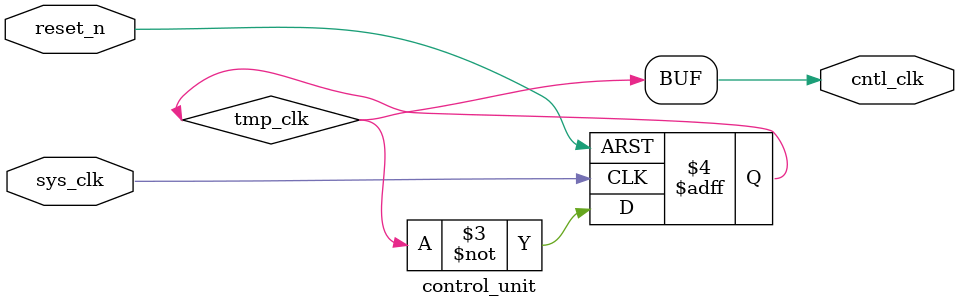
<source format=v>
`timescale 1ns / 1ps
module control_unit(
    input sys_clk,
    input reset_n,
    output cntl_clk);
reg tmp_clk;

assign cntl_clk=tmp_clk;
always@(posedge sys_clk or negedge reset_n)
begin
  if(~reset_n)
   tmp_clk<=0;
  else
  tmp_clk<=~tmp_clk;
end

endmodule

</source>
